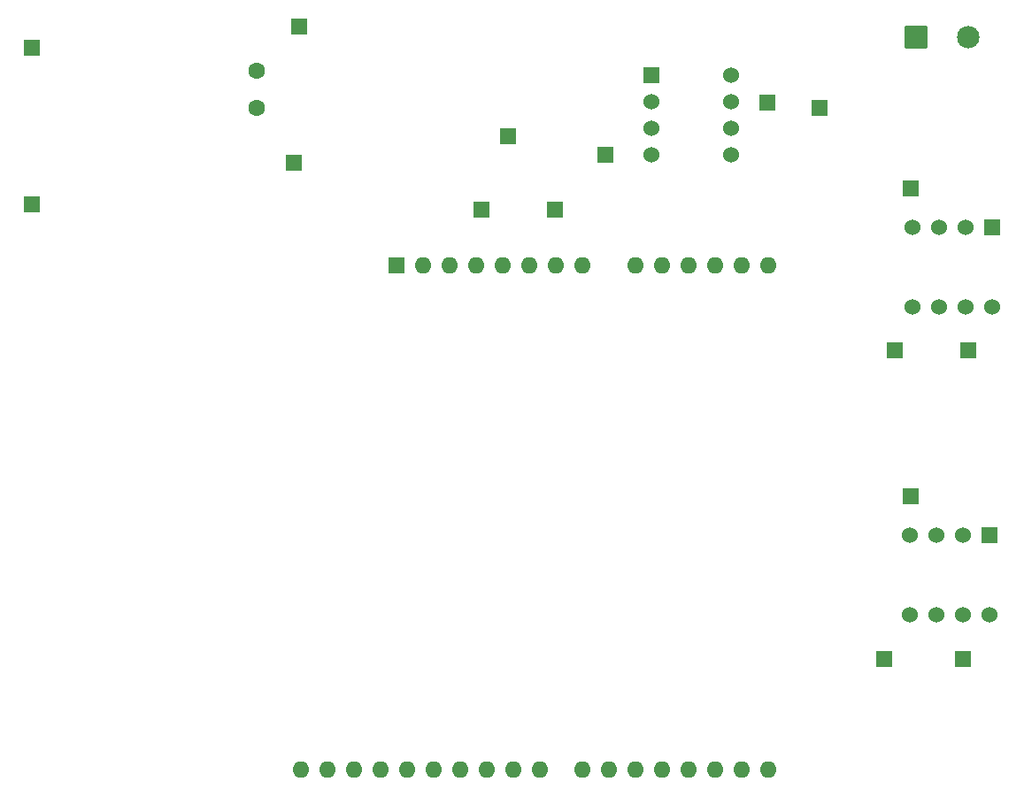
<source format=gbr>
%TF.GenerationSoftware,KiCad,Pcbnew,8.0.8*%
%TF.CreationDate,2025-03-06T15:39:58+05:30*%
%TF.ProjectId,bandara_ckt_pcb_naveen,62616e64-6172-4615-9f63-6b745f706362,v1*%
%TF.SameCoordinates,Original*%
%TF.FileFunction,Soldermask,Bot*%
%TF.FilePolarity,Negative*%
%FSLAX46Y46*%
G04 Gerber Fmt 4.6, Leading zero omitted, Abs format (unit mm)*
G04 Created by KiCad (PCBNEW 8.0.8) date 2025-03-06 15:39:58*
%MOMM*%
%LPD*%
G01*
G04 APERTURE LIST*
G04 Aperture macros list*
%AMRoundRect*
0 Rectangle with rounded corners*
0 $1 Rounding radius*
0 $2 $3 $4 $5 $6 $7 $8 $9 X,Y pos of 4 corners*
0 Add a 4 corners polygon primitive as box body*
4,1,4,$2,$3,$4,$5,$6,$7,$8,$9,$2,$3,0*
0 Add four circle primitives for the rounded corners*
1,1,$1+$1,$2,$3*
1,1,$1+$1,$4,$5*
1,1,$1+$1,$6,$7*
1,1,$1+$1,$8,$9*
0 Add four rect primitives between the rounded corners*
20,1,$1+$1,$2,$3,$4,$5,0*
20,1,$1+$1,$4,$5,$6,$7,0*
20,1,$1+$1,$6,$7,$8,$9,0*
20,1,$1+$1,$8,$9,$2,$3,0*%
G04 Aperture macros list end*
%ADD10R,1.500000X1.500000*%
%ADD11R,1.524000X1.524000*%
%ADD12C,1.524000*%
%ADD13R,1.600000X1.600000*%
%ADD14O,1.600000X1.600000*%
%ADD15RoundRect,0.102000X-0.975000X-0.975000X0.975000X-0.975000X0.975000X0.975000X-0.975000X0.975000X0*%
%ADD16C,2.154000*%
%ADD17C,1.600000*%
G04 APERTURE END LIST*
D10*
%TO.C,TP3*%
X46500000Y-51500000D03*
%TD*%
%TO.C,TP12*%
X136000000Y-80500000D03*
%TD*%
D11*
%TO.C,U3*%
X105690000Y-54190000D03*
D12*
X105690000Y-56730000D03*
X105690000Y-59270000D03*
X105690000Y-61810000D03*
X113310000Y-61810000D03*
X113310000Y-59270000D03*
X113310000Y-56730000D03*
X113310000Y-54190000D03*
%TD*%
D13*
%TO.C,A1*%
X81325000Y-72370000D03*
D14*
X83865000Y-72370000D03*
X86405000Y-72370000D03*
X88945000Y-72370000D03*
X91485000Y-72370000D03*
X94025000Y-72370000D03*
X96565000Y-72370000D03*
X99105000Y-72370000D03*
X104185000Y-72370000D03*
X106725000Y-72370000D03*
X109265000Y-72370000D03*
X111805000Y-72370000D03*
X114345000Y-72370000D03*
X116885000Y-72370000D03*
X116885000Y-120630000D03*
X114345000Y-120630000D03*
X111805000Y-120630000D03*
X109265000Y-120630000D03*
X106725000Y-120630000D03*
X104185000Y-120630000D03*
X101645000Y-120630000D03*
X99105000Y-120630000D03*
X95045000Y-120630000D03*
X92505000Y-120630000D03*
X89965000Y-120630000D03*
X87425000Y-120630000D03*
X84885000Y-120630000D03*
X82345000Y-120630000D03*
X79805000Y-120630000D03*
X77265000Y-120630000D03*
X74725000Y-120630000D03*
X72185000Y-120630000D03*
%TD*%
D10*
%TO.C,TP9*%
X71500000Y-62500000D03*
%TD*%
%TO.C,TP5*%
X92000000Y-60000000D03*
%TD*%
%TO.C,TP6*%
X101310000Y-61770000D03*
%TD*%
%TO.C,TP1*%
X96500000Y-67000000D03*
%TD*%
%TO.C,TP2*%
X89500000Y-67000000D03*
%TD*%
%TO.C,TP15*%
X128000000Y-110000000D03*
%TD*%
%TO.C,TP10*%
X72000000Y-49500000D03*
%TD*%
%TO.C,TP13*%
X129000000Y-80500000D03*
%TD*%
%TO.C,TP8*%
X116810000Y-56770000D03*
%TD*%
%TO.C,TP4*%
X46500000Y-66500000D03*
%TD*%
D15*
%TO.C,J1*%
X131052500Y-50500000D03*
D16*
X136052500Y-50500000D03*
%TD*%
D10*
%TO.C,TP7*%
X121810000Y-57270000D03*
%TD*%
D11*
%TO.C,U6*%
X138040000Y-98190000D03*
D12*
X135500000Y-98190000D03*
X132960000Y-98190000D03*
X130420000Y-98190000D03*
X130420000Y-105810000D03*
X132960000Y-105810000D03*
X135500000Y-105810000D03*
X138040000Y-105810000D03*
%TD*%
D10*
%TO.C,TP11*%
X130500000Y-65000000D03*
%TD*%
D11*
%TO.C,U5*%
X138310000Y-68690000D03*
D12*
X135770000Y-68690000D03*
X133230000Y-68690000D03*
X130690000Y-68690000D03*
X130690000Y-76310000D03*
X133230000Y-76310000D03*
X135770000Y-76310000D03*
X138310000Y-76310000D03*
%TD*%
D10*
%TO.C,TP16*%
X130500000Y-94500000D03*
%TD*%
%TO.C,TP14*%
X135500000Y-110000000D03*
%TD*%
D17*
%TO.C,C6*%
X68000000Y-57250000D03*
X68000000Y-53750000D03*
%TD*%
M02*

</source>
